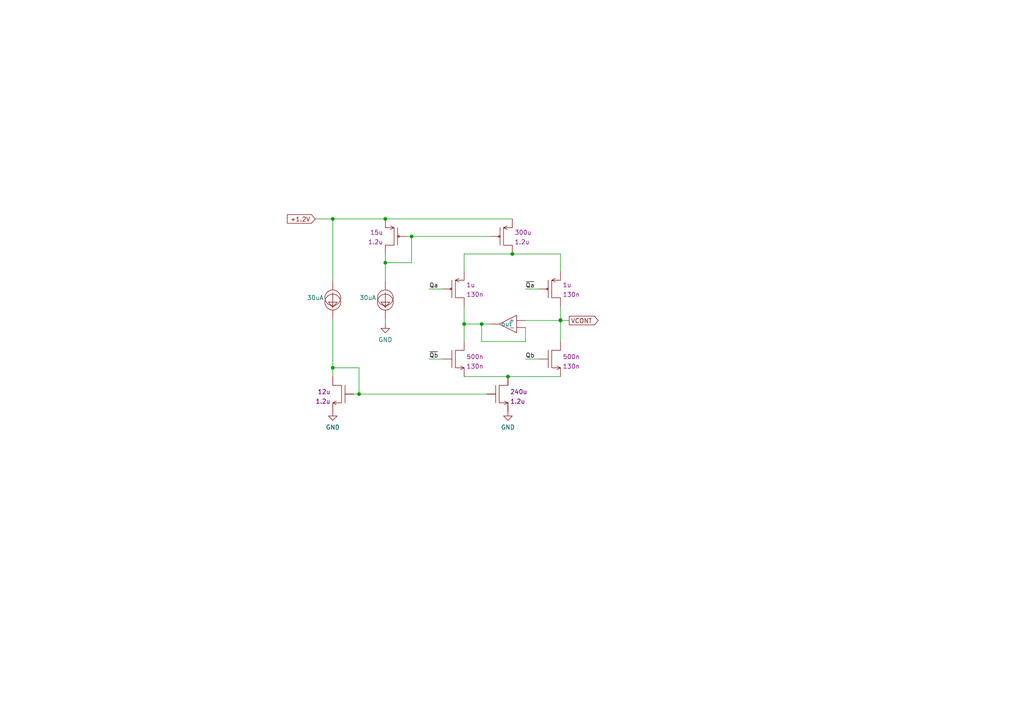
<source format=kicad_sch>
(kicad_sch (version 20211123) (generator eeschema)
  (paper "A4")
  (lib_symbols
    (symbol "eeaic:isource" (pin_numbers hide) (pin_names (offset 0) hide)
      (symbol "isource_0_1"
        (circle (center 0 -1.27) (radius 2.3001))
        (polyline (pts (xy 0 -2.794) (xy 1.27 -1.27)))
        (polyline (pts (xy 1.27 -1.27) (xy -1.27 -1.27)))
        (polyline (pts (xy 0 1.524) (xy 0 -2.794) (xy -1.27 -1.27)))
        (circle (center 0 0) (radius 2.2718))
      )
      (symbol "isource_1_1"
        (pin bidirectional line (at 0 -6.096 90) (length 2.54) (name "plus") (number ""))
        (pin bidirectional line (at 0 4.826 270) (length 2.54) (name "plus") (number ""))
      )
    )
    (symbol "eeaic:nch" (pin_numbers hide) (pin_names hide)
      (property "Reference" "U" (at -3.81 5.08 0))
      (property "Value" "nch" (at -4.826 6.604 0))
      (property "w" "w: NaN" (at -7.874 3.556 0))
      (property "l" "l: NaN" (at -7.62 1.778 0))
      (symbol "nch_0_1"
        (polyline (pts (xy -3.556 2.54) (xy -3.556 -2.54)))
        (polyline (pts (xy -1.016 -3.048) (xy 0 -2.54)))
        (polyline (pts (xy 0 -2.54) (xy -1.016 -2.032)))
        (polyline (pts (xy 0 -2.54) (xy 0 -2.54) (xy -2.54 -2.54) (xy -2.54 2.54) (xy 0 2.54) (xy 0 2.54)))
      )
      (symbol "nch_1_1"
        (pin bidirectional line (at 0 5.08 270) (length 2.54) (name "D") (number ""))
        (pin input line (at -6.096 0 0) (length 2.54) (name "G") (number ""))
        (pin bidirectional line (at 0 -5.08 90) (length 2.54) (name "S") (number ""))
      )
    )
    (symbol "eeaic:opamp"
      (symbol "opamp_0_1"
        (polyline (pts (xy 0 2.54) (xy -5.08 0) (xy 0 -2.54) (xy 0 2.54)))
      )
      (symbol "opamp_1_1"
        (pin bidirectional line (at 2.54 1.016 180) (length 2.54) (name "+") (number ""))
        (pin bidirectional line (at 2.54 -1.016 180) (length 2.54) (name "-") (number ""))
        (pin bidirectional line (at -7.62 0 0) (length 2.54) (name "out") (number ""))
      )
    )
    (symbol "pch_3" (pin_numbers hide) (pin_names hide)
      (property "w" "NaN" (at -6.604 3.556 0))
      (property "l" "NaN" (at -6.604 1.778 0))
      (symbol "pch_3_0_1"
        (circle (center -3.81 0) (radius 0.254))
        (polyline (pts (xy -3.556 2.54) (xy -3.556 -2.54)))
        (polyline (pts (xy -2.54 2.54) (xy -1.524 2.032)))
        (polyline (pts (xy -2.54 2.54) (xy -1.524 3.048)))
        (polyline (pts (xy 0 -2.54) (xy 0 -2.54) (xy -2.54 -2.54) (xy -2.54 2.54) (xy 0 2.54) (xy 0 2.54)))
      )
      (symbol "pch_3_1_1"
        (pin bidirectional line (at 0 -5.08 90) (length 2.54) (name "D") (number ""))
        (pin input line (at -6.096 0 0) (length 2.54) (name "G") (number ""))
        (pin bidirectional line (at 0 5.08 270) (length 2.54) (name "S") (number ""))
      )
    )
    (symbol "power:GND" (power) (pin_names (offset 0))
      (property "Value" "GND" (at 0 -3.81 0))
      (symbol "GND_0_1"
        (polyline (pts (xy 0 0) (xy 0 -1.27) (xy 1.27 -1.27) (xy 0 -2.54) (xy -1.27 -1.27) (xy 0 -1.27)))
      )
      (symbol "GND_1_1"
        (pin power_in line (at 0 0 270) (length 0) hide (name "GND") (number "1"))
      )
    )
  )
  (junction (at 148.59 73.66))
  (junction (at 119.38 68.58))
  (junction (at 139.7 93.98))
  (junction (at 162.56 92.964))
  (junction (at 111.76 63.5))
  (junction (at 111.76 76.2))
  (junction (at 162.56 92.8237))
  (junction (at 96.52 63.5))
  (junction (at 104.14 114.3))
  (junction (at 134.62 93.98))
  (junction (at 147.32 109.22))
  (junction (at 96.52 106.68))
  (wire (pts (xy 134.62 93.98) (xy 134.62 88.9)))
  (wire (pts (xy 111.76 73.66) (xy 111.76 76.2)))
  (wire (pts (xy 162.56 92.964) (xy 162.56 99.06)))
  (wire (pts (xy 96.52 63.5) (xy 96.52 81.534)))
  (wire (pts (xy 162.56 109.22) (xy 147.32 109.22)))
  (wire (pts (xy 117.856 68.58) (xy 119.38 68.58)))
  (wire (pts (xy 96.52 106.68) (xy 104.14 106.68)))
  (wire (pts (xy 162.56 88.9) (xy 162.56 92.8237)))
  (wire (pts (xy 119.38 68.58) (xy 142.494 68.58)))
  (wire (pts (xy 162.56 92.8237) (xy 162.56 92.964)))
  (wire (pts (xy 111.76 76.2) (xy 119.38 76.2)))
  (wire (pts (xy 142.24 93.98) (xy 139.7 93.98)))
  (wire (pts (xy 147.32 109.22) (xy 134.62 109.22)))
  (wire (pts (xy 124.46 83.82) (xy 128.524 83.82)))
  (wire (pts (xy 152.4 83.82) (xy 156.464 83.82)))
  (wire (pts (xy 152.4 92.964) (xy 162.56 92.964)))
  (wire (pts (xy 148.59 73.66) (xy 162.56 73.66)))
  (wire (pts (xy 139.7 99.06) (xy 152.4 99.06)))
  (wire (pts (xy 124.46 104.14) (xy 128.524 104.14)))
  (wire (pts (xy 104.14 106.68) (xy 104.14 114.3)))
  (wire (pts (xy 104.14 114.3) (xy 102.616 114.3)))
  (wire (pts (xy 96.52 63.5) (xy 111.76 63.5)))
  (wire (pts (xy 152.4 99.06) (xy 152.4 94.996)))
  (wire (pts (xy 139.7 93.98) (xy 139.7 99.06)))
  (wire (pts (xy 152.4 104.14) (xy 156.464 104.14)))
  (wire (pts (xy 139.7 93.98) (xy 134.62 93.98)))
  (wire (pts (xy 165.1 92.964) (xy 162.56 92.964)))
  (wire (pts (xy 111.76 92.456) (xy 111.76 93.98)))
  (wire (pts (xy 111.76 76.2) (xy 111.76 81.534)))
  (wire (pts (xy 96.52 92.456) (xy 96.52 106.68)))
  (wire (pts (xy 141.224 114.3) (xy 104.14 114.3)))
  (wire (pts (xy 134.62 99.06) (xy 134.62 93.98)))
  (wire (pts (xy 96.52 106.68) (xy 96.52 109.22)))
  (wire (pts (xy 111.76 63.5) (xy 148.59 63.5)))
  (wire (pts (xy 134.62 73.66) (xy 134.62 78.74)))
  (wire (pts (xy 148.59 73.66) (xy 134.62 73.66)))
  (wire (pts (xy 119.38 76.2) (xy 119.38 68.58)))
  (wire (pts (xy 162.56 73.66) (xy 162.56 78.74)))
  (wire (pts (xy 91.44 63.5) (xy 96.52 63.5)))
  (label "Qb" (at 152.4 104.14 0))
  (label "~{Qb}" (at 124.46 104.14 0))
  (label "Qa" (at 124.46 83.82 0))
  (label "~{Qa}" (at 152.4 83.82 0))
  (global_label "+1.2V" (shape input) (at 91.44 63.5 180) (property "Intersheet References" "${INTERSHEET_REFS}" (effects hide)))
  (global_label "VCONT" (shape output) (at 165.1 92.964 0) (property "Intersheet References" "${INTERSHEET_REFS}" (effects hide)))
  (symbol (lib_id "eeaic:opamp") (at 149.86 93.98 0) (unit 1)
    (property "Reference" "U?" (effects hide))
    (property "Value" "opamp" (effects hide))
  )
  (symbol (lib_name "pch_3") (lib_id "eeaic:pch") (at 111.76 68.58 0) (mirror y) (unit 1)
    (property "Reference" "U?" (effects hide))
    (property "Value" "pch" (effects hide))
    (property "w" "15u" (at 111.1251 67.4175 0) (effects (justify left)))
    (property "l" "1.2u" (at 111.1251 70.1926 0) (effects (justify left)))
  )
  (symbol (lib_id "eeaic:nch") (at 96.52 114.3 0) (mirror y) (unit 1)
    (property "Reference" "U?" (effects hide))
    (property "Value" "nch" (effects hide))
    (property "w" "12u" (at 95.8851 113.6455 0) (effects (justify left)))
    (property "l" "1.2u" (at 95.8851 116.4206 0) (effects (justify left)))
  )
  (symbol (lib_name "pch_3") (lib_id "eeaic:pch") (at 148.59 68.58 0) (unit 1)
    (property "Reference" "U?" (effects hide))
    (property "Value" "pch" (effects hide))
    (property "w" "300u" (at 149.225 67.4175 0) (effects (justify left)))
    (property "l" "1.2u" (at 149.225 70.1926 0) (effects (justify left)))
  )
  (symbol (lib_id "eeaic:isource") (at 96.52 86.36 0) (unit 1)
    (property "Reference" "U?" (effects hide))
    (property "Value" "30uA" (at 91.44 86.36 0))
  )
  (symbol (lib_name "pch_3") (lib_id "eeaic:pch") (at 162.56 83.82 0) (unit 1)
    (property "Reference" "U?" (effects hide))
    (property "Value" "pch" (effects hide))
    (property "w" "1u" (at 163.195 82.6575 0) (effects (justify left)))
    (property "l" "130n" (at 163.195 85.4326 0) (effects (justify left)))
  )
  (symbol (lib_id "power:GND") (at 147.32 119.38 0) (unit 1)
    (property "Reference" "#PWR?" (effects hide))
    (property "Value" "GND" (at 147.32 123.9425 0))
  )
  (symbol (lib_id "eeaic:nch") (at 147.32 114.3 0) (unit 1)
    (property "Reference" "U?" (effects hide))
    (property "Value" "nch" (effects hide))
    (property "w" "240u" (at 147.955 113.6455 0) (effects (justify left)))
    (property "l" "1.2u" (at 147.955 116.4206 0) (effects (justify left)))
  )
  (symbol (lib_id "eeaic:nch") (at 162.56 104.14 0) (unit 1)
    (property "Reference" "U?" (effects hide))
    (property "Value" "nch" (effects hide))
    (property "w" "500n" (at 163.195 103.4855 0) (effects (justify left)))
    (property "l" "130n" (at 163.195 106.2606 0) (effects (justify left)))
  )
  (symbol (lib_id "eeaic:isource") (at 111.76 86.36 0) (unit 1)
    (property "Reference" "U?" (effects hide))
    (property "Value" "30uA" (at 106.68 86.36 0))
  )
  (symbol (lib_id "power:GND") (at 111.76 93.98 0) (unit 1)
    (property "Reference" "#PWR?" (effects hide))
    (property "Value" "GND" (at 111.76 98.5425 0))
  )
  (symbol (lib_id "power:GND") (at 96.52 119.38 0) (unit 1)
    (property "Reference" "#PWR?" (effects hide))
    (property "Value" "GND" (at 96.52 123.9425 0))
  )
  (symbol (lib_id "eeaic:nch") (at 134.62 104.14 0) (unit 1)
    (property "Reference" "U?" (effects hide))
    (property "Value" "nch" (effects hide))
    (property "w" "500n" (at 135.255 103.4855 0) (effects (justify left)))
    (property "l" "130n" (at 135.255 106.2606 0) (effects (justify left)))
  )
  (symbol (lib_name "pch_3") (lib_id "eeaic:pch") (at 134.62 83.82 0) (unit 1)
    (property "Reference" "U?" (effects hide))
    (property "Value" "pch" (effects hide))
    (property "w" "1u" (at 135.255 82.6575 0) (effects (justify left)))
    (property "l" "130n" (at 135.255 85.4326 0) (effects (justify left)))
  )
)
</source>
